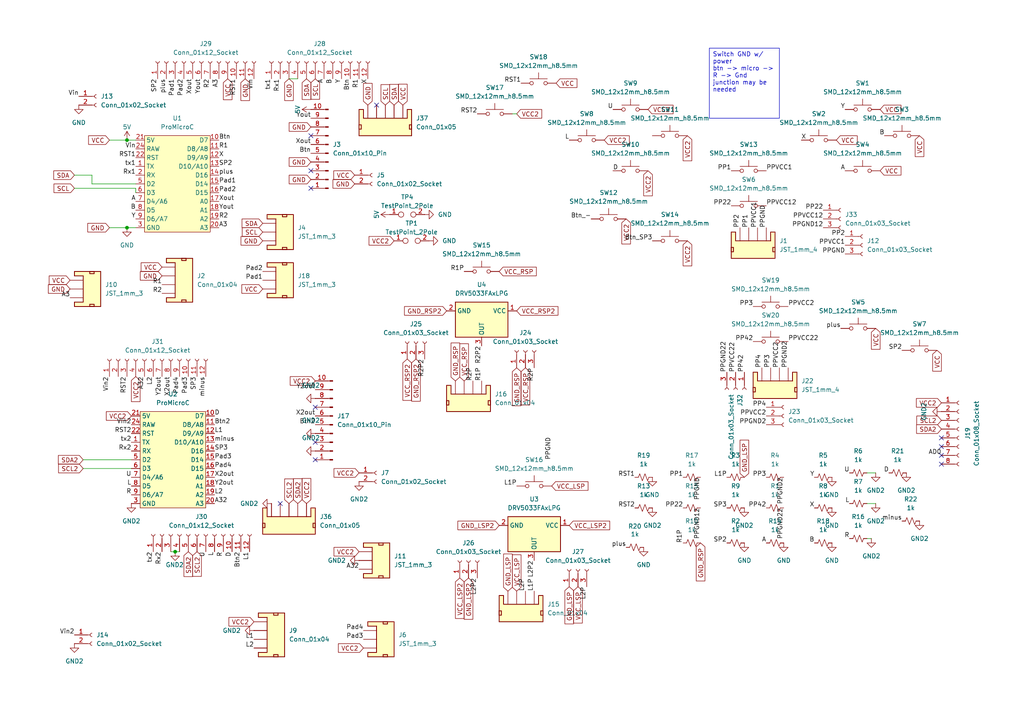
<source format=kicad_sch>
(kicad_sch (version 20250114) (generator "eeschema") (generator_version "9.0")
  (paper "A4")
  (text_box "Switch GND w/ power \nbtn -> micro -> R -> Gnd\njunction may be needed " (at 205.74 13.97 0) (size 20.32 20.32) (margins 0.9525 0.9525 0.9525 0.9525) (effects (font (size 1.27 1.27)) (justify left top)))
  (junction (at 50.8 160.02))
  (junction (at 36.83 66.04))
  (junction (at 36.83 40.64))
  (no_connect (at 273.05 134.62))
  (no_connect (at 273.05 129.54))
  (no_connect (at 91.44 133.35))
  (no_connect (at 90.17 49.53))
  (no_connect (at 90.17 54.61))
  (no_connect (at 90.17 39.37))
  (no_connect (at 109.22 30.48))
  (no_connect (at 91.44 118.11))
  (no_connect (at 273.05 127))
  (no_connect (at 273.05 132.08))
  (no_connect (at 91.44 128.27))
  (no_connect (at 81.28 146.05))
  (wire (pts (xy 21.59 54.61) (xy 39.37 54.61)))
  (wire (pts (xy 24.13 133.35) (xy 38.1 133.35)))
  (wire (pts (xy 31.75 66.04) (xy 36.83 66.04)))
  (wire (pts (xy 21.59 50.8) (xy 26.67 50.8)))
  (wire (pts (xy 36.83 40.64) (xy 39.37 40.64)))
  (wire (pts (xy 254 146.05) (xy 251.46 146.05)))
  (wire (pts (xy 36.83 66.04) (xy 39.37 66.04)))
  (wire (pts (xy 49.53 160.02) (xy 50.8 160.02)))
  (wire (pts (xy 254 137.16) (xy 251.46 137.16)))
  (wire (pts (xy 39.37 54.61) (xy 39.37 55.88)))
  (wire (pts (xy 24.13 135.89) (xy 38.1 135.89)))
  (wire (pts (xy 149.86 33.02) (xy 148.59 33.02)))
  (wire (pts (xy 26.67 53.34) (xy 39.37 53.34)))
  (wire (pts (xy 252.73 156.21) (xy 251.46 156.21)))
  (wire (pts (xy 50.8 160.02) (xy 52.07 160.02)))
  (wire (pts (xy 83.82 22.86) (xy 86.36 22.86)))
  (wire (pts (xy 26.67 50.8) (xy 26.67 53.34)))
  (wire (pts (xy 31.75 40.64) (xy 36.83 40.64)))
  (label "Pad1" (at 76.2 81.28 180))
  (label "PPGND12" (at 203.2 147.32 270))
  (label "A" (at 39.37 58.42 180))
  (label "PPVCC12" (at 238.76 63.5 180))
  (label "Y" (at 39.37 63.5 180))
  (label "PP3" (at 218.44 88.9 180))
  (label "Rx1" (at 81.28 22.86 270))
  (label "L2P" (at 152.4 171.45 90))
  (label "PPVCC1" (at 219.71 66.04 90))
  (label "plus" (at 243.84 95.25 180))
  (label "PPGND12" (at 238.76 66.04 180))
  (label "Btn_-" (at 171.45 63.5 180))
  (label "tx1" (at 39.37 48.26 180))
  (label "tx1" (at 78.74 22.86 270))
  (label "Vin2" (at 31.75 109.22 270))
  (label "L2P2" (at 154.94 162.56 270))
  (label "B" (at 256.54 39.37 180))
  (label "A3" (at 63.5 22.86 270))
  (label "R1" (at 46.99 82.55 180))
  (label "Pad4" (at 62.23 135.89 0))
  (label "PP2" (at 214.63 66.04 90))
  (label "R2P2" (at 139.7 100.33 270))
  (label "D" (at 62.23 120.65 0))
  (label "PPVCC22" (at 228.6 99.06 0))
  (label "Yout" (at 63.5 60.96 0))
  (label "Y2out" (at 62.23 140.97 0))
  (label "B" (at 39.37 60.96 180))
  (label "L2" (at 62.23 143.51 0))
  (label "PPGND" (at 245.11 73.66 180))
  (label "PPVCC2" (at 226.06 106.68 90))
  (label "Rx2" (at 38.1 130.81 180))
  (label "Xout" (at 90.17 41.91 180))
  (label "Yout" (at 90.17 34.29 180))
  (label "R" (at 38.1 143.51 180))
  (label "L" (at 62.23 160.02 270))
  (label "tx2" (at 38.1 128.27 180))
  (label "R2P" (at 154.94 106.68 270))
  (label "X" (at 106.68 22.86 270))
  (label "Pad2" (at 53.34 22.86 270))
  (label "Vin" (at 39.37 43.18 180))
  (label "L" (at 38.1 140.97 180))
  (label "PPVCC2" (at 228.6 88.9 0))
  (label "D" (at 67.31 160.02 270))
  (label "L2P" (at 170.18 170.18 270))
  (label "R1" (at 104.14 22.86 270))
  (label "Btn2" (at 91.44 123.19 180))
  (label "RST2" (at 138.43 33.02 180))
  (label "tx2" (at 44.45 160.02 270))
  (label "PP4" (at 220.98 106.68 90))
  (label "PPGND2" (at 222.25 123.19 180))
  (label "Y" (at 236.22 138.43 180))
  (label "PPVCC1" (at 222.25 49.53 0))
  (label "Btn2" (at 69.85 160.02 270))
  (label "Xout" (at 55.88 22.86 270))
  (label "U" (at 177.8 31.75 180))
  (label "U" (at 246.38 137.16 180))
  (label "A32" (at 104.14 165.1 180))
  (label "PPGND" (at 160.02 133.35 90))
  (label "RST1" (at 184.15 138.43 180))
  (label "Btn" (at 63.5 40.64 0))
  (label "X" (at 236.22 147.32 180))
  (label "Pad3" (at 105.41 185.42 180))
  (label "L2P2" (at 138.43 167.64 270))
  (label "SP3" (at 57.15 109.22 270))
  (label "Y2out" (at 46.99 109.22 270))
  (label "X2out" (at 91.44 120.65 180))
  (label "Pad4" (at 105.41 182.88 180))
  (label "RST1" (at 39.37 45.72 180))
  (label "PP3" (at 222.25 138.43 180))
  (label "R1P" (at 134.62 78.74 180))
  (label "A32" (at 41.91 109.22 270))
  (label "PP42" (at 222.25 147.32 180))
  (label "A" (at 222.25 157.48 180))
  (label "B" (at 96.52 22.86 270))
  (label "Pad3" (at 62.23 133.35 0))
  (label "PPGND" (at 222.25 66.04 90))
  (label "plus" (at 181.61 158.75 180))
  (label "L1" (at 72.39 160.02 270))
  (label "L1" (at 73.66 185.42 180))
  (label "Vin2" (at 38.1 123.19 180))
  (label "SP3" (at 62.23 130.81 0))
  (label "PPGND22" (at 227.33 147.32 270))
  (label "Y" (at 99.06 22.86 270))
  (label "PPVCC12" (at 222.25 59.69 0))
  (label "Yout" (at 58.42 22.86 270))
  (label "PP22" (at 212.09 59.69 180))
  (label "minus" (at 62.23 128.27 0))
  (label "U" (at 38.1 138.43 180))
  (label "RST2" (at 184.15 147.32 180))
  (label "Pad4" (at 52.07 109.22 270))
  (label "Btn" (at 90.17 44.45 180))
  (label "L2" (at 44.45 109.22 270))
  (label "R1" (at 63.5 43.18 0))
  (label "Pad3" (at 54.61 109.22 270))
  (label "Rx1" (at 39.37 50.8 180))
  (label "R2" (at 60.96 22.86 270))
  (label "SP2" (at 261.62 101.6 180))
  (label "R" (at 64.77 160.02 270))
  (label "PPGND2" (at 228.6 106.68 90))
  (label "X" (at 63.5 45.72 0))
  (label "D" (at 257.81 137.16 180))
  (label "Btn2" (at 62.23 123.19 0))
  (label "Btn_SP3" (at 189.23 69.85 180))
  (label "PPVCC22" (at 213.36 107.95 90))
  (label "SP3" (at 210.82 147.32 180))
  (label "L1P" (at 149.86 140.97 180))
  (label "RST1" (at 151.13 24.13 180))
  (label "AD0" (at 273.05 132.08 180))
  (label "X" (at 232.41 40.64 0))
  (label "R2P2" (at 123.19 104.14 270))
  (label "Y2out" (at 91.44 113.03 180))
  (label "Pad1" (at 50.8 22.86 270))
  (label "Y" (at 245.11 31.75 180))
  (label "R1P" (at 198.12 157.48 90))
  (label "L1P" (at 210.82 138.43 180))
  (label "L2" (at 73.66 187.96 180))
  (label "SP2" (at 63.5 48.26 0))
  (label "L1" (at 62.23 125.73 0))
  (label "L1P" (at 154.94 171.45 90))
  (label "PPGND22" (at 210.82 107.95 90))
  (label "PP1" (at 212.09 49.53 180))
  (label "Pad1" (at 63.5 53.34 0))
  (label "Vin2" (at 21.59 184.15 180))
  (label "PP4" (at 222.25 118.11 180))
  (label "A3" (at 20.32 86.36 180))
  (label "PP42" (at 218.44 99.06 180))
  (label "SP2" (at 210.82 157.48 180))
  (label "Btn" (at 101.6 22.86 270))
  (label "PPVCC1" (at 245.11 71.12 180))
  (label "plus" (at 63.5 50.8 0))
  (label "A3" (at 63.5 66.04 0))
  (label "PP22" (at 198.12 147.32 180))
  (label "R" (at 246.38 156.21 180))
  (label "Vin" (at 73.66 22.86 270))
  (label "X2out" (at 62.23 138.43 0))
  (label "B" (at 236.22 157.48 180))
  (label "PPGND2" (at 227.33 138.43 270))
  (label "R1P" (at 139.7 110.49 90))
  (label "PP1" (at 198.12 138.43 180))
  (label "D" (at 177.8 49.53 0))
  (label "A" (at 245.11 49.53 180))
  (label "U" (at 59.69 160.02 270))
  (label "L" (at 246.38 146.05 180))
  (label "RST2" (at 36.83 109.22 270))
  (label "RST2" (at 38.1 125.73 180))
  (label "PPVCC2" (at 222.25 120.65 180))
  (label "A32" (at 62.23 146.05 0))
  (label "R2" (at 63.5 63.5 0))
  (label "L" (at 165.1 40.64 180))
  (label "Xout" (at 63.5 58.42 0))
  (label "PPGND" (at 203.2 138.43 270))
  (label "PP1" (at 217.17 66.04 90))
  (label "R2P" (at 137.16 110.49 90))
  (label "PP22" (at 238.76 60.96 180))
  (label "Vin" (at 22.86 27.94 180))
  (label "Pad2" (at 76.2 78.74 180))
  (label "minus" (at 59.69 109.22 270))
  (label "Rx2" (at 46.99 160.02 270))
  (label "PP3" (at 223.52 106.68 90))
  (label "PP2" (at 245.11 68.58 180))
  (label "R2" (at 46.99 85.09 180))
  (label "Pad2" (at 63.5 55.88 0))
  (label "A" (at 93.98 22.86 270))
  (label "RST1" (at 68.58 22.86 270))
  (label "X2out" (at 49.53 109.22 270))
  (label "SP2" (at 45.72 22.86 270))
  (label "PP42" (at 215.9 107.95 90))
  (label "plus" (at 48.26 22.86 270))
  (label "minus" (at 261.62 151.13 180))
  (global_label "VCC_LSP" (shape input) (at 149.86 171.45 90) (property "Intersheetrefs" "${INTERSHEET_REFS}" (effects (hide yes))))
  (global_label "VCC2" (shape input) (at 114.3 69.85 180) (property "Intersheetrefs" "${INTERSHEET_REFS}" (effects (hide yes))))
  (global_label "VCC_LSP" (shape input) (at 160.02 140.97 0) (property "Intersheetrefs" "${INTERSHEET_REFS}" (effects (hide yes))))
  (global_label "SCL" (shape input) (at 111.76 30.48 90) (property "Intersheetrefs" "${INTERSHEET_REFS}" (effects (hide yes))))
  (global_label "SDA2" (shape input) (at 24.13 133.35 180) (property "Intersheetrefs" "${INTERSHEET_REFS}" (effects (hide yes))))
  (global_label "VCC2" (shape input) (at 104.14 137.16 180) (property "Intersheetrefs" "${INTERSHEET_REFS}" (effects (hide yes))))
  (global_label "GND" (shape input) (at 83.82 22.86 270) (property "Intersheetrefs" "${INTERSHEET_REFS}" (effects (hide yes))))
  (global_label "VCC_RSP2" (shape input) (at 118.11 104.14 270) (property "Intersheetrefs" "${INTERSHEET_REFS}" (effects (hide yes))))
  (global_label "SCL2" (shape input) (at 83.82 146.05 90) (property "Intersheetrefs" "${INTERSHEET_REFS}" (effects (hide yes))))
  (global_label "VCC2" (shape input) (at 88.9 146.05 90) (property "Intersheetrefs" "${INTERSHEET_REFS}" (effects (hide yes))))
  (global_label "SDA2" (shape input) (at 54.61 160.02 270) (property "Intersheetrefs" "${INTERSHEET_REFS}" (effects (hide yes))))
  (global_label "VCC" (shape input) (at 255.27 49.53 0) (property "Intersheetrefs" "${INTERSHEET_REFS}" (effects (hide yes))))
  (global_label "GND_LSP2" (shape input) (at 135.89 167.64 270) (property "Intersheetrefs" "${INTERSHEET_REFS}" (effects (hide yes))))
  (global_label "VCC2" (shape input) (at 199.39 39.37 270) (property "Intersheetrefs" "${INTERSHEET_REFS}" (effects (hide yes))))
  (global_label "VCC2" (shape input) (at 38.1 120.65 180) (property "Intersheetrefs" "${INTERSHEET_REFS}" (effects (hide yes))))
  (global_label "SDA2" (shape input) (at 273.05 124.46 180) (property "Intersheetrefs" "${INTERSHEET_REFS}" (effects (hide yes))))
  (global_label "SCL2" (shape input) (at 273.05 121.92 180) (property "Intersheetrefs" "${INTERSHEET_REFS}" (effects (hide yes))))
  (global_label "VCC2" (shape input) (at 187.96 49.53 270) (property "Intersheetrefs" "${INTERSHEET_REFS}" (effects (hide yes))))
  (global_label "GND_RSP" (shape input) (at 149.86 106.68 270) (property "Intersheetrefs" "${INTERSHEET_REFS}" (effects (hide yes))))
  (global_label "GND_RSP2" (shape input) (at 120.65 104.14 270) (property "Intersheetrefs" "${INTERSHEET_REFS}" (effects (hide yes))))
  (global_label "SDA2" (shape input) (at 86.36 146.05 90) (property "Intersheetrefs" "${INTERSHEET_REFS}" (effects (hide yes))))
  (global_label "GND_RSP2" (shape input) (at 129.54 90.17 180) (property "Intersheetrefs" "${INTERSHEET_REFS}" (effects (hide yes))))
  (global_label "GND_RSP" (shape input) (at 132.08 110.49 90) (property "Intersheetrefs" "${INTERSHEET_REFS}" (effects (hide yes))))
  (global_label "GND_LSP" (shape input) (at 147.32 171.45 90) (property "Intersheetrefs" "${INTERSHEET_REFS}" (effects (hide yes))))
  (global_label "VCC2" (shape input) (at 175.26 40.64 0) (property "Intersheetrefs" "${INTERSHEET_REFS}" (effects (hide yes))))
  (global_label "VCC2" (shape input) (at 104.14 160.02 180) (property "Intersheetrefs" "${INTERSHEET_REFS}" (effects (hide yes))))
  (global_label "VCC" (shape input) (at 66.04 22.86 270) (property "Intersheetrefs" "${INTERSHEET_REFS}" (effects (hide yes))))
  (global_label "GND_RSP" (shape input) (at 203.2 157.48 270) (property "Intersheetrefs" "${INTERSHEET_REFS}" (effects (hide yes))))
  (global_label "VCC" (shape input) (at 242.57 40.64 0) (property "Intersheetrefs" "${INTERSHEET_REFS}" (effects (hide yes))))
  (global_label "GND" (shape input) (at 106.68 30.48 90) (property "Intersheetrefs" "${INTERSHEET_REFS}" (effects (hide yes))))
  (global_label "GND" (shape input) (at 31.75 66.04 180) (property "Intersheetrefs" "${INTERSHEET_REFS}" (effects (hide yes))))
  (global_label "VCC2" (shape input) (at 187.96 31.75 0) (property "Intersheetrefs" "${INTERSHEET_REFS}" (effects (hide yes))))
  (global_label "SDA" (shape input) (at 76.2 64.77 180) (property "Intersheetrefs" "${INTERSHEET_REFS}" (effects (hide yes))))
  (global_label "GND_LSP2" (shape input) (at 144.78 152.4 180) (property "Intersheetrefs" "${INTERSHEET_REFS}" (effects (hide yes))))
  (global_label "VCC" (shape input) (at 161.29 24.13 0) (property "Intersheetrefs" "${INTERSHEET_REFS}" (effects (hide yes))))
  (global_label "VCC" (shape input) (at 266.7 39.37 270) (property "Intersheetrefs" "${INTERSHEET_REFS}" (effects (hide yes))))
  (global_label "VCC2" (shape input) (at 73.66 180.34 180) (property "Intersheetrefs" "${INTERSHEET_REFS}" (effects (hide yes))))
  (global_label "VCC2" (shape input) (at 105.41 187.96 180) (property "Intersheetrefs" "${INTERSHEET_REFS}" (effects (hide yes))))
  (global_label "VCC_RSP" (shape input) (at 152.4 106.68 270) (property "Intersheetrefs" "${INTERSHEET_REFS}" (effects (hide yes))))
  (global_label "SCL2" (shape input) (at 57.15 160.02 270) (property "Intersheetrefs" "${INTERSHEET_REFS}" (effects (hide yes))))
  (global_label "GND" (shape input) (at 102.87 53.34 180) (property "Intersheetrefs" "${INTERSHEET_REFS}" (effects (hide yes))))
  (global_label "SDA" (shape input) (at 114.3 30.48 90) (property "Intersheetrefs" "${INTERSHEET_REFS}" (effects (hide yes))))
  (global_label "VCC" (shape input) (at 254 95.25 270) (property "Intersheetrefs" "${INTERSHEET_REFS}" (effects (hide yes))))
  (global_label "VCC" (shape input) (at 31.75 40.64 180) (property "Intersheetrefs" "${INTERSHEET_REFS}" (effects (hide yes))))
  (global_label "SCL" (shape input) (at 21.59 54.61 180) (property "Intersheetrefs" "${INTERSHEET_REFS}" (effects (hide yes))))
  (global_label "GND" (shape input) (at 46.99 80.01 180) (property "Intersheetrefs" "${INTERSHEET_REFS}" (effects (hide yes))))
  (global_label "VCC_LSP" (shape input) (at 167.64 170.18 270) (property "Intersheetrefs" "${INTERSHEET_REFS}" (effects (hide yes))))
  (global_label "GND" (shape input) (at 90.17 36.83 180) (property "Intersheetrefs" "${INTERSHEET_REFS}" (effects (hide yes))))
  (global_label "VCC_RSP" (shape input) (at 134.62 110.49 90) (property "Intersheetrefs" "${INTERSHEET_REFS}" (effects (hide yes))))
  (global_label "VCC_LSP2" (shape input) (at 165.1 152.4 0) (property "Intersheetrefs" "${INTERSHEET_REFS}" (effects (hide yes))))
  (global_label "GND_LSP" (shape input) (at 165.1 170.18 270) (property "Intersheetrefs" "${INTERSHEET_REFS}" (effects (hide yes))))
  (global_label "GND" (shape input) (at 90.17 46.99 180) (property "Intersheetrefs" "${INTERSHEET_REFS}" (effects (hide yes))))
  (global_label "VCC2" (shape input) (at 39.37 109.22 270) (property "Intersheetrefs" "${INTERSHEET_REFS}" (effects (hide yes))))
  (global_label "GND" (shape input) (at 71.12 22.86 270) (property "Intersheetrefs" "${INTERSHEET_REFS}" (effects (hide yes))))
  (global_label "VCC" (shape input) (at 255.27 31.75 0) (property "Intersheetrefs" "${INTERSHEET_REFS}" (effects (hide yes))))
  (global_label "VCC_RSP" (shape input) (at 144.78 78.74 0) (property "Intersheetrefs" "${INTERSHEET_REFS}" (effects (hide yes))))
  (global_label "SCL" (shape input) (at 91.44 22.86 270) (property "Intersheetrefs" "${INTERSHEET_REFS}" (effects (hide yes))))
  (global_label "VCC2" (shape input) (at 149.86 33.02 0) (property "Intersheetrefs" "${INTERSHEET_REFS}" (effects (hide yes))))
  (global_label "GND_LSP" (shape input) (at 215.9 138.43 90) (property "Intersheetrefs" "${INTERSHEET_REFS}" (effects (hide yes))))
  (global_label "VCC" (shape input) (at 271.78 101.6 270) (property "Intersheetrefs" "${INTERSHEET_REFS}" (effects (hide yes))))
  (global_label "VCC2" (shape input) (at 199.39 69.85 270) (property "Intersheetrefs" "${INTERSHEET_REFS}" (effects (hide yes))))
  (global_label "VCC" (shape input) (at 46.99 77.47 180) (property "Intersheetrefs" "${INTERSHEET_REFS}" (effects (hide yes))))
  (global_label "GND" (shape input) (at 20.32 83.82 180) (property "Intersheetrefs" "${INTERSHEET_REFS}" (effects (hide yes))))
  (global_label "VCC_RSP2" (shape input) (at 149.86 90.17 0) (property "Intersheetrefs" "${INTERSHEET_REFS}" (effects (hide yes))))
  (global_label "VCC2" (shape input) (at 273.05 116.84 180) (property "Intersheetrefs" "${INTERSHEET_REFS}" (effects (hide yes))))
  (global_label "GND" (shape input) (at 76.2 69.85 180) (property "Intersheetrefs" "${INTERSHEET_REFS}" (effects (hide yes))))
  (global_label "SCL" (shape input) (at 76.2 67.31 180) (property "Intersheetrefs" "${INTERSHEET_REFS}" (effects (hide yes))))
  (global_label "VCC" (shape input) (at 102.87 50.8 180) (property "Intersheetrefs" "${INTERSHEET_REFS}" (effects (hide yes))))
  (global_label "VCC2" (shape input) (at 91.44 110.49 180) (property "Intersheetrefs" "${INTERSHEET_REFS}" (effects (hide yes))))
  (global_label "GND" (shape input) (at 90.17 52.07 180) (property "Intersheetrefs" "${INTERSHEET_REFS}" (effects (hide yes))))
  (global_label "SCL2" (shape input) (at 24.13 135.89 180) (property "Intersheetrefs" "${INTERSHEET_REFS}" (effects (hide yes))))
  (global_label "VCC" (shape input) (at 76.2 83.82 180) (property "Intersheetrefs" "${INTERSHEET_REFS}" (effects (hide yes))))
  (global_label "VCC" (shape input) (at 20.32 81.28 180) (property "Intersheetrefs" "${INTERSHEET_REFS}" (effects (hide yes))))
  (global_label "VCC_LSP2" (shape input) (at 133.35 167.64 270) (property "Intersheetrefs" "${INTERSHEET_REFS}" (effects (hide yes))))
  (global_label "VCC" (shape input) (at 116.84 30.48 90) (property "Intersheetrefs" "${INTERSHEET_REFS}" (effects (hide yes))))
  (global_label "VCC2" (shape input) (at 181.61 63.5 270) (property "Intersheetrefs" "${INTERSHEET_REFS}" (effects (hide yes))))
  (global_label "SDA" (shape input) (at 21.59 50.8 180) (property "Intersheetrefs" "${INTERSHEET_REFS}" (effects (hide yes))))
  (global_label "SDA" (shape input) (at 88.9 22.86 270) (property "Intersheetrefs" "${INTERSHEET_REFS}" (effects (hide yes))))
  (symbol (lib_id "PCM_SparkFun-Switch:SPST_Push_SMD_12x12mm_h8.5mm") (at 156.21 24.13 0) (unit 1)
    (property "Reference" "SW18" (at 156.21 16.51 0))
    (property "Value" "SMD_12x12mm_h8.5mm" (at 156.21 19.05 0))
    (property "Footprint" "Button_Switch_SMD:SW_Tactile_SPST_NO_Straight_CK_PTS636Sx25SMTRLFS" (effects (hide yes)))
    (property "Datasheet" "https://cdn.sparkfun.com/datasheets/Components/Switches/N301102.pdf" (effects (hide yes)))
    (property "Description" "Single Pole Single Throw (SPST) switch" (effects (hide yes)))
    (property "PROD_ID" "SWCH-11967" (effects (hide yes)))
    (property "Mfg Part#" "EG4904TR-ND" (effects (hide yes)))
  )
  (symbol (lib_id "Connector:TestPoint_2Pole") (at 119.38 69.85 0) (unit 1)
    (property "Reference" "TP1" (at 119.38 64.77 0))
    (property "Value" "TestPoint_2Pole" (at 119.38 67.31 0))
    (property "Footprint" "TestPoint:TestPoint_Bridge_Pitch2.0mm_Drill0.7mm" (effects (hide yes)))
    (property "Description" "2-polar test point" (effects (hide yes)))
  )
  (symbol (lib_id "power:GND") (at 36.83 66.04 0) (unit 1)
    (property "Reference" "#PWR01" (effects (hide yes)))
    (property "Value" "GND" (at 36.83 71.12 0))
    (property "Description" "Power symbol creates a global label with name \"GND\" , ground" (effects (hide yes)))
  )
  (symbol (lib_id "PCM_SparkFun-Switch:SPST_Push_SMD_12x12mm_h8.5mm") (at 143.51 33.02 0) (unit 1)
    (property "Reference" "SW17" (at 143.51 25.4 0))
    (property "Value" "SMD_12x12mm_h8.5mm" (at 143.51 27.94 0))
    (property "Footprint" "Button_Switch_SMD:SW_Tactile_SPST_NO_Straight_CK_PTS636Sx25SMTRLFS" (effects (hide yes)))
    (property "Datasheet" "https://cdn.sparkfun.com/datasheets/Components/Switches/N301102.pdf" (effects (hide yes)))
    (property "Description" "Single Pole Single Throw (SPST) switch" (effects (hide yes)))
    (property "PROD_ID" "SWCH-11967" (effects (hide yes)))
    (property "Mfg Part#" "EG4904TR-ND" (effects (hide yes)))
  )
  (symbol (lib_id "PCM_SparkFun-Connector:Conn_01x04_JST_P2.0mm_Horizontal_SMD") (at 52.07 80.01 0) (unit 1)
    (property "Reference" "J2" (at 57.15 80.0099 0) (effects (justify left)))
    (property "Value" "Conn_01x04" (at 57.15 82.5499 0) (effects (justify left)))
    (property "Footprint" "Connector_JST:JST_GH_BM04B-GHS-TBT_1x04-1MP_P1.25mm_Vertical" (effects (hide yes)))
    (property "Datasheet" "https://www.sparkfun.com/datasheets/Prototyping/ePH.pdf" (effects (hide yes)))
    (property "Description" "Single row 4 pin connector" (effects (hide yes)))
    (property "SparkFun" "PRT-09916" (effects (hide yes)))
  )
  (symbol (lib_id "PCM_SparkFun-Resistor:1k_0402") (at 200.66 138.43 0) (unit 1)
    (property "Reference" "R17" (at 200.66 132.08 0))
    (property "Value" "1k" (at 200.66 134.62 0))
    (property "Footprint" "PCM_SparkFun-Resistor:R_0402_1005Metric" (effects (hide yes)))
    (property "Datasheet" "https://www.vishay.com/docs/20035/dcrcwe3.pdf" (effects (hide yes)))
    (property "Description" "Resistor" (effects (hide yes)))
    (property "PROD_ID" "RES-14342" (effects (hide yes)))
  )
  (symbol (lib_id "Connector:Conn_01x12_Socket") (at 91.44 17.78 90) (unit 1)
    (property "Reference" "J28" (at 92.71 12.7 90))
    (property "Value" "Conn_01x12_Socket" (at 92.71 15.24 90))
    (property "Footprint" "Connector_PinSocket_2.54mm:PinSocket_1x12_P2.54mm_Vertical" (effects (hide yes)))
    (property "Description" "Generic connector, single row, 01x12, script generated" (effects (hide yes)))
  )
  (symbol (lib_id "power:GND") (at 215.9 147.32 0) (unit 1)
    (property "Reference" "#PWR019" (effects (hide yes)))
    (property "Value" "GND2" (at 215.9 152.4 0))
    (property "Description" "Power symbol creates a global label with name \"GND\" , ground" (effects (hide yes)))
  )
  (symbol (lib_id "PCM_SparkFun-Switch:SPST_Push_SMD_12x12mm_h8.5mm") (at 217.17 49.53 0) (unit 1)
    (property "Reference" "SW13" (at 217.17 41.91 0))
    (property "Value" "SMD_12x12mm_h8.5mm" (at 217.17 44.45 0))
    (property "Footprint" "Button_Switch_SMD:SW_Tactile_SPST_NO_Straight_CK_PTS636Sx25SMTRLFS" (effects (hide yes)))
    (property "Datasheet" "https://cdn.sparkfun.com/datasheets/Components/Switches/N301102.pdf" (effects (hide yes)))
    (property "Description" "Single Pole Single Throw (SPST) switch" (effects (hide yes)))
    (property "PROD_ID" "SWCH-11967" (effects (hide yes)))
    (property "Mfg Part#" "EG4904TR-ND" (effects (hide yes)))
  )
  (symbol (lib_id "PCM_SparkFun-Resistor:1k_0402") (at 224.79 147.32 0) (unit 1)
    (property "Reference" "R1" (at 224.79 140.97 0))
    (property "Value" "1k" (at 224.79 143.51 0))
    (property "Footprint" "PCM_SparkFun-Resistor:R_0402_1005Metric" (effects (hide yes)))
    (property "Datasheet" "https://www.vishay.com/docs/20035/dcrcwe3.pdf" (effects (hide yes)))
    (property "Description" "Resistor" (effects (hide yes)))
    (property "PROD_ID" "RES-14342" (effects (hide yes)))
  )
  (symbol (lib_id "Connector:Conn_01x12_Socket") (at 57.15 154.94 90) (unit 1)
    (property "Reference" "J30" (at 58.42 149.86 90))
    (property "Value" "Conn_01x12_Socket" (at 58.42 152.4 90))
    (property "Footprint" "Connector_PinSocket_2.54mm:PinSocket_1x12_P2.54mm_Vertical" (effects (hide yes)))
    (property "Description" "Generic connector, single row, 01x12, script generated" (effects (hide yes)))
  )
  (symbol (lib_id "power:GND") (at 124.46 69.85 90) (unit 1)
    (property "Reference" "#PWR07" (effects (hide yes)))
    (property "Value" "GND" (at 128.27 69.8499 90) (effects (justify right)))
    (property "Description" "Power symbol creates a global label with name \"GND\" , ground" (effects (hide yes)))
  )
  (symbol (lib_id "Sensor_Magnetic:DRV5033FAxLPG") (at 139.7 92.71 270) (unit 1)
    (property "Reference" "U4" (at 139.7 82.55 90))
    (property "Value" "DRV5033FAxLPG" (at 139.7 85.09 90))
    (property "Footprint" "Package_TO_SOT_THT:TO-92_Inline" (effects (hide yes)))
    (property "Datasheet" "https://www.ti.com/lit/ds/symlink/drv5033.pdf" (effects (hide yes)))
    (property "Description" "±3.5 / ±2 mT, 20-kHz, 2-38V, TO-92" (effects (hide yes)))
  )
  (symbol (lib_id "power:GND") (at 254 146.05 0) (unit 1)
    (property "Reference" "#PWR017" (effects (hide yes)))
    (property "Value" "GND2" (at 254 151.13 0))
    (property "Description" "Power symbol creates a global label with name \"GND\" , ground" (effects (hide yes)))
  )
  (symbol (lib_id "PCM_SparkFun-Resistor:1k_0402") (at 186.69 147.32 0) (unit 1)
    (property "Reference" "R13" (at 186.69 140.97 0))
    (property "Value" "1k" (at 186.69 143.51 0))
    (property "Footprint" "PCM_SparkFun-Resistor:R_0402_1005Metric" (effects (hide yes)))
    (property "Datasheet" "https://www.vishay.com/docs/20035/dcrcwe3.pdf" (effects (hide yes)))
    (property "Description" "Resistor" (effects (hide yes)))
    (property "PROD_ID" "RES-14342" (effects (hide yes)))
  )
  (symbol (lib_id "PCM_SparkFun-Resistor:1k_0402") (at 248.92 156.21 0) (unit 1)
    (property "Reference" "R16" (at 248.92 149.86 0))
    (property "Value" "1k" (at 248.92 152.4 0))
    (property "Footprint" "PCM_SparkFun-Resistor:R_0402_1005Metric" (effects (hide yes)))
    (property "Datasheet" "https://www.vishay.com/docs/20035/dcrcwe3.pdf" (effects (hide yes)))
    (property "Description" "Resistor" (effects (hide yes)))
    (property "PROD_ID" "RES-14342" (effects (hide yes)))
  )
  (symbol (lib_id "PCM_SparkFun-Switch:SPST_Push_SMD_12x12mm_h8.5mm") (at 250.19 49.53 0) (unit 1)
    (property "Reference" "SW4" (at 250.19 41.91 0))
    (property "Value" "SMD_12x12mm_h8.5mm" (at 250.19 44.45 0))
    (property "Footprint" "Button_Switch_SMD:SW_Tactile_SPST_NO_Straight_CK_PTS636Sx25SMTRLFS" (effects (hide yes)))
    (property "Datasheet" "https://cdn.sparkfun.com/datasheets/Components/Switches/N301102.pdf" (effects (hide yes)))
    (property "Description" "Single Pole Single Throw (SPST) switch" (effects (hide yes)))
    (property "PROD_ID" "SWCH-11967" (effects (hide yes)))
    (property "Mfg Part#" "EG4904TR-ND" (effects (hide yes)))
  )
  (symbol (lib_id "power:GND") (at 262.89 137.16 0) (unit 1)
    (property "Reference" "#PWR010" (effects (hide yes)))
    (property "Value" "GND2" (at 262.89 142.24 0))
    (property "Description" "Power symbol creates a global label with name \"GND\" , ground" (effects (hide yes)))
  )
  (symbol (lib_id "PCM_SparkFun-Resistor:1k_0402") (at 224.79 138.43 0) (unit 1)
    (property "Reference" "R4" (at 224.79 132.08 0))
    (property "Value" "1k" (at 224.79 134.62 0))
    (property "Footprint" "PCM_SparkFun-Resistor:R_0402_1005Metric" (effects (hide yes)))
    (property "Datasheet" "https://www.vishay.com/docs/20035/dcrcwe3.pdf" (effects (hide yes)))
    (property "Description" "Resistor" (effects (hide yes)))
    (property "PROD_ID" "RES-14342" (effects (hide yes)))
  )
  (symbol (lib_id "PCM_SparkFun-Resistor:1k_0402") (at 248.92 137.16 0) (unit 1)
    (property "Reference" "R6" (at 248.92 130.81 0))
    (property "Value" "1k" (at 248.92 133.35 0))
    (property "Footprint" "PCM_SparkFun-Resistor:R_0402_1005Metric" (effects (hide yes)))
    (property "Datasheet" "https://www.vishay.com/docs/20035/dcrcwe3.pdf" (effects (hide yes)))
    (property "Description" "Resistor" (effects (hide yes)))
    (property "PROD_ID" "RES-14342" (effects (hide yes)))
  )
  (symbol (lib_id "PCM_SparkFun-Board:ProMicroC") (at 40.64 118.11 0) (unit 1)
    (property "Reference" "U2" (at 50.165 114.3 0))
    (property "Value" "ProMicroC" (at 50.165 116.84 0))
    (property "Footprint" "PCM_SparkFun-Board:ProMicroC" (effects (hide yes)))
    (property "Datasheet" "https://www.sparkfun.com/products/15795" (effects (hide yes)))
  )
  (symbol (lib_id "Connector:Conn_01x02_Socket") (at 27.94 27.94 0) (unit 1)
    (property "Reference" "J13" (at 29.21 27.9399 0) (effects (justify left)))
    (property "Value" "Conn_01x02_Socket" (at 29.21 30.4799 0) (effects (justify left)))
    (property "Footprint" "Connector_PinSocket_2.54mm:PinSocket_1x02_P2.54mm_Vertical" (effects (hide yes)))
    (property "Description" "Generic connector, single row, 01x02, script generated" (effects (hide yes)))
  )
  (symbol (lib_id "Connector:Conn_01x03_Socket") (at 213.36 113.03 270) (unit 1)
    (property "Reference" "J32" (at 214.6301 114.3 0) (effects (justify left)))
    (property "Value" "Conn_01x03_Socket" (at 212.0901 114.3 0) (effects (justify left)))
    (property "Footprint" "Connector_PinSocket_2.54mm:PinSocket_1x03_P2.54mm_Vertical" (effects (hide yes)))
    (property "Description" "Generic connector, single row, 01x03, script generated" (effects (hide yes)))
  )
  (symbol (lib_id "power:GND") (at 189.23 138.43 0) (unit 1)
    (property "Reference" "#PWR042" (effects (hide yes)))
    (property "Value" "GND" (at 189.23 143.51 0))
    (property "Description" "Power symbol creates a global label with name \"GND\" , ground" (effects (hide yes)))
  )
  (symbol (lib_id "Connector:Conn_01x03_Socket") (at 243.84 63.5 0) (unit 1)
    (property "Reference" "J33" (at 245.11 62.2299 0) (effects (justify left)))
    (property "Value" "Conn_01x03_Socket" (at 245.11 64.7699 0) (effects (justify left)))
    (property "Footprint" "Connector_PinSocket_2.54mm:PinSocket_1x03_P2.54mm_Vertical" (effects (hide yes)))
    (property "Description" "Generic connector, single row, 01x03, script generated" (effects (hide yes)))
  )
  (symbol (lib_id "PCM_SparkFun-Switch:SPST_Push_SMD_12x12mm_h8.5mm") (at 194.31 69.85 0) (unit 1)
    (property "Reference" "SW14" (at 194.31 62.23 0))
    (property "Value" "SMD_12x12mm_h8.5mm" (at 194.31 64.77 0))
    (property "Footprint" "Button_Switch_SMD:SW_Tactile_SPST_NO_Straight_CK_PTS636Sx25SMTRLFS" (effects (hide yes)))
    (property "Datasheet" "https://cdn.sparkfun.com/datasheets/Components/Switches/N301102.pdf" (effects (hide yes)))
    (property "Description" "Single Pole Single Throw (SPST) switch" (effects (hide yes)))
    (property "PROD_ID" "SWCH-11967" (effects (hide yes)))
    (property "Mfg Part#" "EG4904TR-ND" (effects (hide yes)))
  )
  (symbol (lib_id "power:GND") (at 215.9 157.48 0) (unit 1)
    (property "Reference" "#PWR025" (effects (hide yes)))
    (property "Value" "GND" (at 215.9 162.56 0))
    (property "Description" "Power symbol creates a global label with name \"GND\" , ground" (effects (hide yes)))
  )
  (symbol (lib_id "power:GND") (at 123.19 62.23 90) (unit 1)
    (property "Reference" "#PWR08" (effects (hide yes)))
    (property "Value" "GND" (at 127 62.2299 90) (effects (justify right)))
    (property "Description" "Power symbol creates a global label with name \"GND\" , ground" (effects (hide yes)))
  )
  (symbol (lib_id "PCM_SparkFun-Resistor:1k_0402") (at 213.36 157.48 0) (unit 1)
    (property "Reference" "R2" (at 213.36 151.13 0))
    (property "Value" "1k" (at 213.36 153.67 0))
    (property "Footprint" "PCM_SparkFun-Resistor:R_0402_1005Metric" (effects (hide yes)))
    (property "Datasheet" "https://www.vishay.com/docs/20035/dcrcwe3.pdf" (effects (hide yes)))
    (property "Description" "Resistor" (effects (hide yes)))
    (property "PROD_ID" "RES-14342" (effects (hide yes)))
  )
  (symbol (lib_id "PCM_SparkFun-Resistor:1k_0402") (at 238.76 138.43 0) (unit 1)
    (property "Reference" "R5" (at 238.76 132.08 0))
    (property "Value" "1k" (at 238.76 134.62 0))
    (property "Footprint" "PCM_SparkFun-Resistor:R_0402_1005Metric" (effects (hide yes)))
    (property "Datasheet" "https://www.vishay.com/docs/20035/dcrcwe3.pdf" (effects (hide yes)))
    (property "Description" "Resistor" (effects (hide yes)))
    (property "PROD_ID" "RES-14342" (effects (hide yes)))
  )
  (symbol (lib_id "Connector:Conn_01x03_Socket") (at 250.19 71.12 0) (unit 1)
    (property "Reference" "J12" (at 251.46 69.8499 0) (effects (justify left)))
    (property "Value" "Conn_01x03_Socket" (at 251.46 72.3899 0) (effects (justify left)))
    (property "Footprint" "Connector_PinSocket_2.54mm:PinSocket_1x03_P2.54mm_Vertical" (effects (hide yes)))
    (property "Description" "Generic connector, single row, 01x03, script generated" (effects (hide yes)))
  )
  (symbol (lib_id "PCM_SparkFun-Switch:SPST_Push_SMD_12x12mm_h8.5mm") (at 266.7 101.6 0) (unit 1)
    (property "Reference" "SW7" (at 266.7 93.98 0))
    (property "Value" "SMD_12x12mm_h8.5mm" (at 266.7 96.52 0))
    (property "Footprint" "Button_Switch_SMD:SW_Tactile_SPST_NO_Straight_CK_PTS636Sx25SMTRLFS" (effects (hide yes)))
    (property "Datasheet" "https://cdn.sparkfun.com/datasheets/Components/Switches/N301102.pdf" (effects (hide yes)))
    (property "Description" "Single Pole Single Throw (SPST) switch" (effects (hide yes)))
    (property "PROD_ID" "SWCH-11967" (effects (hide yes)))
    (property "Mfg Part#" "EG4904TR-ND" (effects (hide yes)))
  )
  (symbol (lib_id "PCM_SparkFun-Resistor:1k_0402") (at 213.36 147.32 0) (unit 1)
    (property "Reference" "R9" (at 213.36 140.97 0))
    (property "Value" "1k" (at 213.36 143.51 0))
    (property "Footprint" "PCM_SparkFun-Resistor:R_0402_1005Metric" (effects (hide yes)))
    (property "Datasheet" "https://www.vishay.com/docs/20035/dcrcwe3.pdf" (effects (hide yes)))
    (property "Description" "Resistor" (effects (hide yes)))
    (property "PROD_ID" "RES-14342" (effects (hide yes)))
  )
  (symbol (lib_id "PCM_SparkFun-Resistor:1k_0402") (at 224.79 157.48 0) (unit 1)
    (property "Reference" "R14" (at 224.79 151.13 0))
    (property "Value" "1k" (at 224.79 153.67 0))
    (property "Footprint" "PCM_SparkFun-Resistor:R_0402_1005Metric" (effects (hide yes)))
    (property "Datasheet" "https://www.vishay.com/docs/20035/dcrcwe3.pdf" (effects (hide yes)))
    (property "Description" "Resistor" (effects (hide yes)))
    (property "PROD_ID" "RES-14342" (effects (hide yes)))
  )
  (symbol (lib_id "Connector:Conn_01x08_Socket") (at 278.13 124.46 0) (unit 1)
    (property "Reference" "J19" (at 280.67 125.73 90))
    (property "Value" "Conn_01x08_Socket" (at 283.21 125.73 90))
    (property "Footprint" "Connector_PinSocket_2.54mm:PinSocket_1x08_P2.54mm_Vertical" (effects (hide yes)))
    (property "Description" "Generic connector, single row, 01x08, script generated" (effects (hide yes)))
  )
  (symbol (lib_id "PCM_SparkFun-Resistor:1k_0402") (at 213.36 138.43 0) (unit 1)
    (property "Reference" "R3" (at 213.36 132.08 0))
    (property "Value" "1k" (at 213.36 134.62 0))
    (property "Footprint" "PCM_SparkFun-Resistor:R_0402_1005Metric" (effects (hide yes)))
    (property "Datasheet" "https://www.vishay.com/docs/20035/dcrcwe3.pdf" (effects (hide yes)))
    (property "Description" "Resistor" (effects (hide yes)))
    (property "PROD_ID" "RES-14342" (effects (hide yes)))
  )
  (symbol (lib_id "PCM_SparkFun-Resistor:1k_0402") (at 238.76 147.32 0) (unit 1)
    (property "Reference" "R8" (at 238.76 140.97 0))
    (property "Value" "1k" (at 238.76 143.51 0))
    (property "Footprint" "PCM_SparkFun-Resistor:R_0402_1005Metric" (effects (hide yes)))
    (property "Datasheet" "https://www.vishay.com/docs/20035/dcrcwe3.pdf" (effects (hide yes)))
    (property "Description" "Resistor" (effects (hide yes)))
    (property "PROD_ID" "RES-14342" (effects (hide yes)))
  )
  (symbol (lib_id "Connector:Conn_01x03_Socket") (at 135.89 162.56 90) (unit 1)
    (property "Reference" "J26" (at 135.89 157.48 90))
    (property "Value" "Conn_01x03_Socket" (at 135.89 160.02 90))
    (property "Footprint" "Connector_PinSocket_2.54mm:PinSocket_1x03_P2.54mm_Vertical" (effects (hide yes)))
    (property "Description" "Generic connector, single row, 01x03, script generated" (effects (hide yes)))
  )
  (symbol (lib_id "Sensor_Magnetic:DRV5033FAxLPG") (at 154.94 154.94 270) (unit 1)
    (property "Reference" "U3" (at 154.94 144.78 90))
    (property "Value" "DRV5033FAxLPG" (at 154.94 147.32 90))
    (property "Footprint" "Package_TO_SOT_THT:TO-92_Inline" (effects (hide yes)))
    (property "Datasheet" "https://www.ti.com/lit/ds/symlink/drv5033.pdf" (effects (hide yes)))
    (property "Description" "±3.5 / ±2 mT, 20-kHz, 2-38V, TO-92" (effects (hide yes)))
  )
  (symbol (lib_id "PCM_SparkFun-PowerSymbol:5V") (at 90.17 31.75 90) (unit 1)
    (property "Reference" "#PWR03" (effects (hide yes)))
    (property "Value" "5V" (at 86.36 31.75 0))
    (property "Description" "Power symbol creates a global label with name \"5V\"" (effects (hide yes)))
  )
  (symbol (lib_id "PCM_SparkFun-Connector:Conn_01x04_JST_P1.0mm_Horizontal_SMD") (at 226.06 111.76 270) (unit 1)
    (property "Reference" "J22" (at 232.41 110.4899 90) (effects (justify left)))
    (property "Value" "JST_1mm_4" (at 232.41 113.0299 90) (effects (justify left)))
    (property "Footprint" "PCM_SparkFun-Connector:JST_1x04_P1.0mm_Horizontal_SMD" (effects (hide yes)))
    (property "Datasheet" "https://www.jst-mfg.com/product/pdf/eng/eSH.pdf" (effects (hide yes)))
    (property "Description" "Single row 4 pin connector" (effects (hide yes)))
    (property "SparkFun" "CONN-10310" (effects (hide yes)))
  )
  (symbol (lib_id "PCM_SparkFun-Connector:Conn_01x04_JST_P2.0mm_Horizontal_SMD") (at 78.74 182.88 0) (unit 1)
    (property "Reference" "J9" (at 83.82 182.8799 0) (effects (justify left)))
    (property "Value" "Conn_01x04" (at 83.82 185.4199 0) (effects (justify left)))
    (property "Footprint" "Connector_JST:JST_GH_BM04B-GHS-TBT_1x04-1MP_P1.25mm_Vertical" (effects (hide yes)))
    (property "Datasheet" "https://www.sparkfun.com/datasheets/Prototyping/ePH.pdf" (effects (hide yes)))
    (property "Description" "Single row 4 pin connector" (effects (hide yes)))
    (property "SparkFun" "PRT-09916" (effects (hide yes)))
  )
  (symbol (lib_id "PCM_SparkFun-Connector:Conn_01x03_JST_P1.0mm_Horizontal_SMD") (at 109.22 162.56 0) (unit 1)
    (property "Reference" "J11" (at 114.3 161.2899 0) (effects (justify left)))
    (property "Value" "JST_1mm_3" (at 114.3 163.8299 0) (effects (justify left)))
    (property "Footprint" "Connector_JST:JST_GH_BM03B-GHS-TBT_1x03-1MP_P1.25mm_Vertical" (effects (hide yes)))
    (property "Datasheet" "https://www.jst-mfg.com/product/pdf/eng/eSH.pdf" (effects (hide yes)))
    (property "Description" "3 Pin 2mm JST Connector" (effects (hide yes)))
    (property "PROD_ID" "CONN-10492" (effects (hide yes)))
  )
  (symbol (lib_id "PCM_SparkFun-Connector:Conn_01x03_JST_P1.0mm_Horizontal_SMD") (at 81.28 67.31 0) (unit 1)
    (property "Reference" "J4" (at 86.36 66.0399 0) (effects (justify left)))
    (property "Value" "JST_1mm_3" (at 86.36 68.5799 0) (effects (justify left)))
    (property "Footprint" "Connector_JST:JST_GH_BM03B-GHS-TBT_1x03-1MP_P1.25mm_Vertical" (effects (hide yes)))
    (property "Datasheet" "https://www.jst-mfg.com/product/pdf/eng/eSH.pdf" (effects (hide yes)))
    (property "Description" "3 Pin 2mm JST Connector" (effects (hide yes)))
    (property "PROD_ID" "CONN-10492" (effects (hide yes)))
  )
  (symbol (lib_id "power:GND") (at 21.59 186.69 0) (unit 1)
    (property "Reference" "#PWR015" (effects (hide yes)))
    (property "Value" "GND2" (at 21.59 191.77 0))
    (property "Description" "Power symbol creates a global label with name \"GND\" , ground" (effects (hide yes)))
  )
  (symbol (lib_id "PCM_SparkFun-PowerSymbol:5V") (at 113.03 62.23 90) (unit 1)
    (property "Reference" "#PWR09" (effects (hide yes)))
    (property "Value" "5V" (at 109.22 62.23 0))
    (property "Description" "Power symbol creates a global label with name \"5V\"" (effects (hide yes)))
  )
  (symbol (lib_id "PCM_SparkFun-Switch:SPST_Push_SMD_12x12mm_h8.5mm") (at 182.88 49.53 0) (unit 1)
    (property "Reference" "SW10" (at 182.88 41.91 0))
    (property "Value" "SMD_12x12mm_h8.5mm" (at 182.88 44.45 0))
    (property "Footprint" "Button_Switch_SMD:SW_Tactile_SPST_NO_Straight_CK_PTS636Sx25SMTRLFS" (effects (hide yes)))
    (property "Datasheet" "https://cdn.sparkfun.com/datasheets/Components/Switches/N301102.pdf" (effects (hide yes)))
    (property "Description" "Single Pole Single Throw (SPST) switch" (effects (hide yes)))
    (property "PROD_ID" "SWCH-11967" (effects (hide yes)))
    (property "Mfg Part#" "EG4904TR-ND" (effects (hide yes)))
  )
  (symbol (lib_id "PCM_SparkFun-Switch:SPST_Push_SMD_12x12mm_h8.5mm") (at 237.49 40.64 0) (unit 1)
    (property "Reference" "SW2" (at 237.49 33.02 0))
    (property "Value" "SMD_12x12mm_h8.5mm" (at 237.49 35.56 0))
    (property "Footprint" "Button_Switch_SMD:SW_Tactile_SPST_NO_Straight_CK_PTS636Sx25SMTRLFS" (effects (hide yes)))
    (property "Datasheet" "https://cdn.sparkfun.com/datasheets/Components/Switches/N301102.pdf" (effects (hide yes)))
    (property "Description" "Single Pole Single Throw (SPST) switch" (effects (hide yes)))
    (property "PROD_ID" "SWCH-11967" (effects (hide yes)))
    (property "Mfg Part#" "EG4904TR-ND" (effects (hide yes)))
  )
  (symbol (lib_id "power:GND") (at 22.86 30.48 0) (unit 1)
    (property "Reference" "#PWR035" (effects (hide yes)))
    (property "Value" "GND" (at 22.86 35.56 0))
    (property "Description" "Power symbol creates a global label with name \"GND\" , ground" (effects (hide yes)))
  )
  (symbol (lib_id "power:GND") (at 189.23 147.32 0) (unit 1)
    (property "Reference" "#PWR027" (effects (hide yes)))
    (property "Value" "GND2" (at 189.23 152.4 0))
    (property "Description" "Power symbol creates a global label with name \"GND\" , ground" (effects (hide yes)))
  )
  (symbol (lib_id "Connector:Conn_01x03_Socket") (at 227.33 120.65 0) (unit 1)
    (property "Reference" "J23" (at 228.6 119.3799 0) (effects (justify left)))
    (property "Value" "Conn_01x03_Socket" (at 228.6 121.9199 0) (effects (justify left)))
    (property "Footprint" "Connector_PinSocket_2.54mm:PinSocket_1x03_P2.54mm_Vertical" (effects (hide yes)))
    (property "Description" "Generic connector, single row, 01x03, script generated" (effects (hide yes)))
  )
  (symbol (lib_id "power:GND") (at 78.74 146.05 270) (unit 1)
    (property "Reference" "#PWR012" (effects (hide yes)))
    (property "Value" "GND2" (at 74.93 146.0499 90) (effects (justify right)))
    (property "Description" "Power symbol creates a global label with name \"GND\" , ground" (effects (hide yes)))
  )
  (symbol (lib_id "power:GND") (at 241.3 157.48 0) (unit 1)
    (property "Reference" "#PWR021" (effects (hide yes)))
    (property "Value" "GND" (at 241.3 162.56 0))
    (property "Description" "Power symbol creates a global label with name \"GND\" , ground" (effects (hide yes)))
  )
  (symbol (lib_id "PCM_SparkFun-Resistor:1k_0402") (at 248.92 146.05 0) (unit 1)
    (property "Reference" "R7" (at 248.92 139.7 0))
    (property "Value" "1k" (at 248.92 142.24 0))
    (property "Footprint" "PCM_SparkFun-Resistor:R_0402_1005Metric" (effects (hide yes)))
    (property "Datasheet" "https://www.vishay.com/docs/20035/dcrcwe3.pdf" (effects (hide yes)))
    (property "Description" "Resistor" (effects (hide yes)))
    (property "PROD_ID" "RES-14342" (effects (hide yes)))
  )
  (symbol (lib_id "PCM_SparkFun-Board:ProMicroC") (at 41.91 38.1 0) (unit 1)
    (property "Reference" "U1" (at 51.435 34.29 0))
    (property "Value" "ProMicroC" (at 51.435 36.83 0))
    (property "Footprint" "PCM_SparkFun-Board:ProMicroC" (effects (hide yes)))
    (property "Datasheet" "https://www.sparkfun.com/products/15795" (effects (hide yes)))
  )
  (symbol (lib_id "PCM_SparkFun-Switch:SPST_Push_SMD_12x12mm_h8.5mm") (at 217.17 59.69 0) (unit 1)
    (property "Reference" "SW6" (at 217.17 52.07 0))
    (property "Value" "SMD_12x12mm_h8.5mm" (at 217.17 54.61 0))
    (property "Footprint" "Button_Switch_SMD:SW_Tactile_SPST_NO_Straight_CK_PTS636Sx25SMTRLFS" (effects (hide yes)))
    (property "Datasheet" "https://cdn.sparkfun.com/datasheets/Components/Switches/N301102.pdf" (effects (hide yes)))
    (property "Description" "Single Pole Single Throw (SPST) switch" (effects (hide yes)))
    (property "PROD_ID" "SWCH-11967" (effects (hide yes)))
    (property "Mfg Part#" "EG4904TR-ND" (effects (hide yes)))
  )
  (symbol (lib_id "power:GND") (at 241.3 138.43 0) (unit 1)
    (property "Reference" "#PWR029" (effects (hide yes)))
    (property "Value" "GND" (at 241.3 143.51 0))
    (property "Description" "Power symbol creates a global label with name \"GND\" , ground" (effects (hide yes)))
  )
  (symbol (lib_id "PCM_SparkFun-Switch:SPST_Push_SMD_12x12mm_h8.5mm") (at 223.52 99.06 0) (unit 1)
    (property "Reference" "SW20" (at 223.52 91.44 0))
    (property "Value" "SMD_12x12mm_h8.5mm" (at 223.52 93.98 0))
    (property "Footprint" "Button_Switch_SMD:SW_Tactile_SPST_NO_Straight_CK_PTS636Sx25SMTRLFS" (effects (hide yes)))
    (property "Datasheet" "https://cdn.sparkfun.com/datasheets/Components/Switches/N301102.pdf" (effects (hide yes)))
    (property "Description" "Single Pole Single Throw (SPST) switch" (effects (hide yes)))
    (property "PROD_ID" "SWCH-11967" (effects (hide yes)))
    (property "Mfg Part#" "EG4904TR-ND" (effects (hide yes)))
  )
  (symbol (lib_id "Connector:Conn_01x02_Socket") (at 26.67 184.15 0) (unit 1)
    (property "Reference" "J14" (at 27.94 184.1499 0) (effects (justify left)))
    (property "Value" "Conn_01x02_Socket" (at 27.94 186.6899 0) (effects (justify left)))
    (property "Footprint" "Connector_PinSocket_2.54mm:PinSocket_1x02_P2.54mm_Vertical" (effects (hide yes)))
    (property "Description" "Generic connector, single row, 01x02, script generated" (effects (hide yes)))
  )
  (symbol (lib_id "PCM_SparkFun-Resistor:1k_0402") (at 200.66 157.48 0) (unit 1)
    (property "Reference" "R10" (at 200.66 151.13 0))
    (property "Value" "1k" (at 200.66 153.67 0))
    (property "Footprint" "PCM_SparkFun-Resistor:R_0402_1005Metric" (effects (hide yes)))
    (property "Datasheet" "https://www.vishay.com/docs/20035/dcrcwe3.pdf" (effects (hide yes)))
    (property "Description" "Resistor" (effects (hide yes)))
    (property "PROD_ID" "RES-14342" (effects (hide yes)))
  )
  (symbol (lib_id "power:GND") (at 50.8 160.02 0) (unit 1)
    (property "Reference" "#PWR011" (effects (hide yes)))
    (property "Value" "GND2" (at 48.006 163.83 0) (effects (justify left)))
    (property "Description" "Power symbol creates a global label with name \"GND\" , ground" (effects (hide yes)))
  )
  (symbol (lib_id "Connector:Conn_01x03_Socket") (at 152.4 101.6 90) (unit 1)
    (property "Reference" "J24" (at 152.4 96.52 90))
    (property "Value" "Conn_01x03_Socket" (at 152.4 99.06 90))
    (property "Footprint" "Connector_PinSocket_2.54mm:PinSocket_1x03_P2.54mm_Vertical" (effects (hide yes)))
    (property "Description" "Generic connector, single row, 01x03, script generated" (effects (hide yes)))
  )
  (symbol (lib_id "PCM_SparkFun-Switch:SPST_Push_SMD_12x12mm_h8.5mm") (at 182.88 31.75 0) (unit 1)
    (property "Reference" "SW9" (at 182.88 24.13 0))
    (property "Value" "SMD_12x12mm_h8.5mm" (at 182.88 26.67 0))
    (property "Footprint" "Button_Switch_SMD:SW_Tactile_SPST_NO_Straight_CK_PTS636Sx25SMTRLFS" (effects (hide yes)))
    (property "Datasheet" "https://cdn.sparkfun.com/datasheets/Components/Switches/N301102.pdf" (effects (hide yes)))
    (property "Description" "Single Pole Single Throw (SPST) switch" (effects (hide yes)))
    (property "PROD_ID" "SWCH-11967" (effects (hide yes)))
    (property "Mfg Part#" "EG4904TR-ND" (effects (hide yes)))
  )
  (symbol (lib_id "PCM_SparkFun-Connector:Conn_01x04_JST_P1.0mm_Horizontal_SMD") (at 219.71 71.12 270) (unit 1)
    (property "Reference" "J1" (at 226.06 69.8499 90) (effects (justify left)))
    (property "Value" "JST_1mm_4" (at 226.06 72.3899 90) (effects (justify left)))
    (property "Footprint" "PCM_SparkFun-Connector:JST_1x04_P1.0mm_Horizontal_SMD" (effects (hide yes)))
    (property "Datasheet" "https://www.jst-mfg.com/product/pdf/eng/eSH.pdf" (effects (hide yes)))
    (property "Description" "Single row 4 pin connector" (effects (hide yes)))
    (property "SparkFun" "CONN-10310" (effects (hide yes)))
  )
  (symbol (lib_id "PCM_SparkFun-Switch:SPST_Push_SMD_12x12mm_h8.5mm") (at 250.19 31.75 0) (unit 1)
    (property "Reference" "SW1" (at 250.19 24.13 0))
    (property "Value" "SMD_12x12mm_h8.5mm" (at 250.19 26.67 0))
    (property "Footprint" "Button_Switch_SMD:SW_Tactile_SPST_NO_Straight_CK_PTS636Sx25SMTRLFS" (effects (hide yes)))
    (property "Datasheet" "https://cdn.sparkfun.com/datasheets/Components/Switches/N301102.pdf" (effects (hide yes)))
    (property "Description" "Single Pole Single Throw (SPST) switch" (effects (hide yes)))
    (property "PROD_ID" "SWCH-11967" (effects (hide yes)))
    (property "Mfg Part#" "EG4904TR-ND" (effects (hide yes)))
  )
  (symbol (lib_id "PCM_SparkFun-Connector:Conn_01x03_JST_P1.0mm_Horizontal_SMD") (at 25.4 83.82 0) (unit 1)
    (property "Reference" "J10" (at 30.48 82.5499 0) (effects (justify left)))
    (property "Value" "JST_1mm_3" (at 30.48 85.0899 0) (effects (justify left)))
    (property "Footprint" "Connector_JST:JST_GH_BM03B-GHS-TBT_1x03-1MP_P1.25mm_Vertical" (effects (hide yes)))
    (property "Datasheet" "https://www.jst-mfg.com/product/pdf/eng/eSH.pdf" (effects (hide yes)))
    (property "Description" "3 Pin 2mm JST Connector" (effects (hide yes)))
    (property "PROD_ID" "CONN-10492" (effects (hide yes)))
  )
  (symbol (lib_id "PCM_SparkFun-Resistor:1k_0402") (at 184.15 158.75 0) (unit 1)
    (property "Reference" "R20" (at 184.15 152.654 0))
    (property "Value" "1k" (at 184.15 154.94 0))
    (property "Footprint" "PCM_SparkFun-Resistor:R_0402_1005Metric" (effects (hide yes)))
    (property "Datasheet" "https://www.vishay.com/docs/20035/dcrcwe3.pdf" (effects (hide yes)))
    (property "Description" "Resistor" (effects (hide yes)))
    (property "PROD_ID" "RES-14342" (effects (hide yes)))
  )
  (symbol (lib_id "Connector:Conn_01x02_Socket") (at 107.95 50.8 0) (unit 1)
    (property "Reference" "J5" (at 109.22 50.7999 0) (effects (justify left)))
    (property "Value" "Conn_01x02_Socket" (at 109.22 53.3399 0) (effects (justify left)))
    (property "Footprint" "Connector_PinSocket_2.54mm:PinSocket_1x02_P2.54mm_Vertical" (effects (hide yes)))
    (property "Description" "Generic connector, single row, 01x02, script generated" (effects (hide yes)))
  )
  (symbol (lib_id "PCM_SparkFun-Switch:SPST_Push_SMD_12x12mm_h8.5mm") (at 248.92 95.25 0) (unit 1)
    (property "Reference" "SW5" (at 248.92 87.63 0))
    (property "Value" "SMD_12x12mm_h8.5mm" (at 248.92 90.17 0))
    (property "Footprint" "Button_Switch_SMD:SW_Tactile_SPST_NO_Straight_CK_PTS636Sx25SMTRLFS" (effects (hide yes)))
    (property "Datasheet" "https://cdn.sparkfun.com/datasheets/Components/Switches/N301102.pdf" (effects (hide yes)))
    (property "Description" "Single Pole Single Throw (SPST) switch" (effects (hide yes)))
    (property "PROD_ID" "SWCH-11967" (effects (hide yes)))
    (property "Mfg Part#" "EG4904TR-ND" (effects (hide yes)))
  )
  (symbol (lib_id "power:GND") (at 91.44 130.81 270) (unit 1)
    (property "Reference" "#PWR024" (effects (hide yes)))
    (property "Value" "GND2" (at 90.17 127 90))
    (property "Description" "Power symbol creates a global label with name \"GND\" , ground" (effects (hide yes)))
  )
  (symbol (lib_id "Connector:Conn_01x10_Pin") (at 95.25 44.45 180) (unit 1)
    (property "Reference" "J3" (at 96.52 41.9099 0) (effects (justify right)))
    (property "Value" "Conn_01x10_Pin" (at 96.52 44.4499 0) (effects (justify right)))
    (property "Footprint" "Connector_FFC-FPC:Amphenol_F32Q-1A7x1-11010_1x10-1MP_P0.5mm_Horizontal" (effects (hide yes)))
    (property "Description" "Generic connector, single row, 01x10, script generated" (effects (hide yes)))
  )
  (symbol (lib_id "PCM_SparkFun-Resistor:1k_0402") (at 260.35 137.16 0) (unit 1)
    (property "Reference" "R21" (at 260.35 130.81 0))
    (property "Value" "1k" (at 260.35 133.35 0))
    (property "Footprint" "PCM_SparkFun-Resistor:R_0402_1005Metric" (effects (hide yes)))
    (property "Datasheet" "https://www.vishay.com/docs/20035/dcrcwe3.pdf" (effects (hide yes)))
    (property "Description" "Resistor" (effects (hide yes)))
    (property "PROD_ID" "RES-14342" (effects (hide yes)))
  )
  (symbol (lib_id "PCM_SparkFun-Connector:Conn_01x05_JST_P1.0mm_Horizontal_SMD") (at 111.76 35.56 270) (unit 1)
    (property "Reference" "J37" (at 120.65 34.2899 90) (effects (justify left)))
    (property "Value" "Conn_01x05" (at 120.65 36.8299 90) (effects (justify left)))
    (property "Footprint" "Connector_JST:JST_GH_BM05B-GHS-TBT_1x05-1MP_P1.25mm_Vertical" (effects (hide yes)))
    (property "Datasheet" "https://www.jst-mfg.com/product/pdf/eng/eSH.pdf" (effects (hide yes)))
    (property "Description" "Right angle SMD polarized connector" (effects (hide yes)))
    (property "PROD_ID" "CONN-20121" (effects (hide yes)))
  )
  (symbol (lib_id "power:GND") (at 273.05 119.38 270) (unit 1)
    (property "Reference" "#PWR06" (effects (hide yes)))
    (property "Value" "GND2" (at 267.97 119.38 0))
    (property "Description" "Power symbol creates a global label with name \"GND\" , ground" (effects (hide yes)))
  )
  (symbol (lib_id "PCM_SparkFun-Switch:SPST_Push_SMD_12x12mm_h8.5mm") (at 194.31 39.37 0) (unit 1)
    (property "Reference" "SW11" (at 194.31 31.75 0))
    (property "Value" "SMD_12x12mm_h8.5mm" (at 194.31 34.29 0))
    (property "Footprint" "Button_Switch_SMD:SW_Tactile_SPST_NO_Straight_CK_PTS636Sx25SMTRLFS" (effects (hide yes)))
    (property "Datasheet" "https://cdn.sparkfun.com/datasheets/Components/Switches/N301102.pdf" (effects (hide yes)))
    (property "Description" "Single Pole Single Throw (SPST) switch" (effects (hide yes)))
    (property "PROD_ID" "SWCH-11967" (effects (hide yes)))
    (property "Mfg Part#" "EG4904TR-ND" (effects (hide yes)))
  )
  (symbol (lib_id "PCM_SparkFun-Connector:Conn_01x04_JST_P2.0mm_Horizontal_SMD") (at 137.16 115.57 270) (unit 1)
    (property "Reference" "J16" (at 143.51 114.2999 90) (effects (justify left)))
    (property "Value" "Conn_01x04" (at 143.51 116.8399 90) (effects (justify left)))
    (property "Footprint" "Connector_JST:JST_GH_BM04B-GHS-TBT_1x04-1MP_P1.25mm_Vertical" (effects (hide yes)))
    (property "Datasheet" "https://www.sparkfun.com/datasheets/Prototyping/ePH.pdf" (effects (hide yes)))
    (property "Description" "Single row 4 pin connector" (effects (hide yes)))
    (property "SparkFun" "PRT-09916" (effects (hide yes)))
  )
  (symbol (lib_id "PCM_SparkFun-Resistor:1k_0402") (at 186.69 138.43 0) (unit 1)
    (property "Reference" "R19" (at 186.69 132.08 0))
    (property "Value" "1k" (at 186.69 134.62 0))
    (property "Footprint" "PCM_SparkFun-Resistor:R_0402_1005Metric" (effects (hide yes)))
    (property "Datasheet" "https://www.vishay.com/docs/20035/dcrcwe3.pdf" (effects (hide yes)))
    (property "Description" "Resistor" (effects (hide yes)))
    (property "PROD_ID" "RES-14342" (effects (hide yes)))
  )
  (symbol (lib_id "power:GND") (at 186.69 158.75 0) (unit 1)
    (property "Reference" "#PWR026" (effects (hide yes)))
    (property "Value" "GND" (at 186.69 163.83 0))
    (property "Description" "Power symbol creates a global label with name \"GND\" , ground" (effects (hide yes)))
  )
  (symbol (lib_id "PCM_SparkFun-PowerSymbol:5V") (at 36.83 40.64 0) (unit 1)
    (property "Reference" "#PWR02" (effects (hide yes)))
    (property "Value" "5V" (at 36.83 36.83 0))
    (property "Description" "Power symbol creates a global label with name \"5V\"" (effects (hide yes)))
  )
  (symbol (lib_id "Connector:Conn_01x12_Socket") (at 44.45 104.14 90) (unit 1)
    (property "Reference" "J31" (at 45.72 99.06 90))
    (property "Value" "Conn_01x12_Socket" (at 45.72 101.6 90))
    (property "Footprint" "Connector_PinSocket_2.54mm:PinSocket_1x12_P2.54mm_Vertical" (effects (hide yes)))
    (property "Description" "Generic connector, single row, 01x12, script generated" (effects (hide yes)))
  )
  (symbol (lib_id "PCM_SparkFun-Connector:Conn_01x05_JST_P1.0mm_Horizontal_SMD") (at 83.82 151.13 270) (unit 1)
    (property "Reference" "J36" (at 92.71 149.8599 90) (effects (justify left)))
    (property "Value" "Conn_01x05" (at 92.71 152.3999 90) (effects (justify left)))
    (property "Footprint" "Connector_JST:JST_GH_BM05B-GHS-TBT_1x05-1MP_P1.25mm_Vertical" (effects (hide yes)))
    (property "Datasheet" "https://www.jst-mfg.com/product/pdf/eng/eSH.pdf" (effects (hide yes)))
    (property "Description" "Right angle SMD polarized connector" (effects (hide yes)))
    (property "PROD_ID" "CONN-20121" (effects (hide yes)))
  )
  (symbol (lib_id "power:GND") (at 254 137.16 0) (unit 1)
    (property "Reference" "#PWR016" (effects (hide yes)))
    (property "Value" "GND2" (at 254 142.24 0))
    (property "Description" "Power symbol creates a global label with name \"GND\" , ground" (effects (hide yes)))
  )
  (symbol (lib_id "power:GND") (at 73.66 182.88 270) (unit 1)
    (property "Reference" "#PWR014" (effects (hide yes)))
    (property "Value" "GND2" (at 69.85 182.8799 90) (effects (justify right)))
    (property "Description" "Power symbol creates a global label with name \"GND\" , ground" (effects (hide yes)))
  )
  (symbol (lib_id "power:GND") (at 241.3 147.32 0) (unit 1)
    (property "Reference" "#PWR028" (effects (hide yes)))
    (property "Value" "GND" (at 241.3 152.4 0))
    (property "Description" "Power symbol creates a global label with name \"GND\" , ground" (effects (hide yes)))
  )
  (symbol (lib_id "power:GND") (at 38.1 146.05 0) (unit 1)
    (property "Reference" "#PWR022" (effects (hide yes)))
    (property "Value" "GND2" (at 38.1 151.13 0))
    (property "Description" "Power symbol creates a global label with name \"GND\" , ground" (effects (hide yes)))
  )
  (symbol (lib_id "PCM_SparkFun-Switch:SPST_Push_SMD_12x12mm_h8.5mm") (at 223.52 88.9 0) (unit 1)
    (property "Reference" "SW19" (at 223.52 81.28 0))
    (property "Value" "SMD_12x12mm_h8.5mm" (at 223.52 83.82 0))
    (property "Footprint" "Button_Switch_SMD:SW_Tactile_SPST_NO_Straight_CK_PTS636Sx25SMTRLFS" (effects (hide yes)))
    (property "Datasheet" "https://cdn.sparkfun.com/datasheets/Components/Switches/N301102.pdf" (effects (hide yes)))
    (property "Description" "Single Pole Single Throw (SPST) switch" (effects (hide yes)))
    (property "PROD_ID" "SWCH-11967" (effects (hide yes)))
    (property "Mfg Part#" "EG4904TR-ND" (effects (hide yes)))
  )
  (symbol (lib_id "power:GND") (at 91.44 125.73 270) (unit 1)
    (property "Reference" "#PWR04" (effects (hide yes)))
    (property "Value" "GND2" (at 90.17 121.92 90))
    (property "Description" "Power symbol creates a global label with name \"GND\" , ground" (effects (hide yes)))
  )
  (symbol (lib_id "PCM_SparkFun-Connector:Conn_01x03_JST_P1.0mm_Horizontal_SMD") (at 110.49 185.42 0) (unit 1)
    (property "Reference" "J6" (at 115.57 184.1499 0) (effects (justify left)))
    (property "Value" "JST_1mm_3" (at 115.57 186.6899 0) (effects (justify left)))
    (property "Footprint" "Connector_JST:JST_GH_BM03B-GHS-TBT_1x03-1MP_P1.25mm_Vertical" (effects (hide yes)))
    (property "Datasheet" "https://www.jst-mfg.com/product/pdf/eng/eSH.pdf" (effects (hide yes)))
    (property "Description" "3 Pin 2mm JST Connector" (effects (hide yes)))
    (property "PROD_ID" "CONN-10492" (effects (hide yes)))
  )
  (symbol (lib_id "PCM_SparkFun-Resistor:1k_0402") (at 238.76 157.48 0) (unit 1)
    (property "Reference" "R18" (at 238.76 151.13 0))
    (property "Value" "1k" (at 238.76 153.67 0))
    (property "Footprint" "PCM_SparkFun-Resistor:R_0402_1005Metric" (effects (hide yes)))
    (property "Datasheet" "https://www.vishay.com/docs/20035/dcrcwe3.pdf" (effects (hide yes)))
    (property "Description" "Resistor" (effects (hide yes)))
    (property "PROD_ID" "RES-14342" (effects (hide yes)))
  )
  (symbol (lib_id "PCM_SparkFun-Connector:Conn_01x03_JST_P1.0mm_Horizontal_SMD") (at 81.28 81.28 0) (unit 1)
    (property "Reference" "J18" (at 86.36 80.0099 0) (effects (justify left)))
    (property "Value" "JST_1mm_3" (at 86.36 82.5499 0) (effects (justify left)))
    (property "Footprint" "Connector_JST:JST_GH_BM03B-GHS-TBT_1x03-1MP_P1.25mm_Vertical" (effects (hide yes)))
    (property "Datasheet" "https://www.jst-mfg.com/product/pdf/eng/eSH.pdf" (effects (hide yes)))
    (property "Description" "3 Pin 2mm JST Connector" (effects (hide yes)))
    (property "PROD_ID" "CONN-10492" (effects (hide yes)))
  )
  (symbol (lib_id "PCM_SparkFun-Resistor:1k_0402") (at 264.16 151.13 0) (unit 1)
    (property "Reference" "R22" (at 264.16 144.78 0))
    (property "Value" "1k" (at 264.16 147.32 0))
    (property "Footprint" "PCM_SparkFun-Resistor:R_0402_1005Metric" (effects (hide yes)))
    (property "Datasheet" "https://www.vishay.com/docs/20035/dcrcwe3.pdf" (effects (hide yes)))
    (property "Description" "Resistor" (effects (hide yes)))
    (property "PROD_ID" "RES-14342" (effects (hide yes)))
  )
  (symbol (lib_id "Connector:TestPoint_2Pole") (at 118.11 62.23 0) (unit 1)
    (property "Reference" "TP4" (at 118.11 57.15 0))
    (property "Value" "TestPoint_2Pole" (at 118.11 59.69 0))
    (property "Footprint" "TestPoint:TestPoint_Bridge_Pitch2.0mm_Drill0.7mm" (effects (hide yes)))
    (property "Description" "2-polar test point" (effects (hide yes)))
  )
  (symbol (lib_id "power:GND") (at 104.14 162.56 270) (unit 1)
    (property "Reference" "#PWR013" (effects (hide yes)))
    (property "Value" "GND2" (at 100.33 162.5599 90) (effects (justify right)))
    (property "Description" "Power symbol creates a global label with name \"GND\" , ground" (effects (hide yes)))
  )
  (symbol (lib_id "PCM_SparkFun-Switch:SPST_Push_SMD_12x12mm_h8.5mm") (at 261.62 39.37 0) (unit 1)
    (property "Reference" "SW3" (at 261.62 31.75 0))
    (property "Value" "SMD_12x12mm_h8.5mm" (at 261.62 34.29 0))
    (property "Footprint" "Button_Switch_SMD:SW_Tactile_SPST_NO_Straight_CK_PTS636Sx25SMTRLFS" (effects (hide yes)))
    (property "Datasheet" "https://cdn.sparkfun.com/datasheets/Components/Switches/N301102.pdf" (effects (hide yes)))
    (property "Description" "Single Pole Single Throw (SPST) switch" (effects (hide yes)))
    (property "PROD_ID" "SWCH-11967" (effects (hide yes)))
    (property "Mfg Part#" "EG4904TR-ND" (effects (hide yes)))
  )
  (symbol (lib_id "PCM_SparkFun-Switch:SPST_Push_SMD_12x12mm_h8.5mm") (at 170.18 40.64 0) (unit 1)
    (property "Reference" "SW8" (at 170.18 33.02 0))
    (property "Value" "SMD_12x12mm_h8.5mm" (at 170.18 35.56 0))
    (property "Footprint" "Button_Switch_SMD:SW_Tactile_SPST_NO_Straight_CK_PTS636Sx25SMTRLFS" (effects (hide yes)))
    (property "Datasheet" "https://cdn.sparkfun.com/datasheets/Components/Switches/N301102.pdf" (effects (hide yes)))
    (property "Description" "Single Pole Single Throw (SPST) switch" (effects (hide yes)))
    (property "PROD_ID" "SWCH-11967" (effects (hide yes)))
    (property "Mfg Part#" "EG4904TR-ND" (effects (hide yes)))
  )
  (symbol (lib_id "PCM_SparkFun-Resistor:1k_0402") (at 200.66 147.32 0) (unit 1)
    (property "Reference" "R15" (at 200.66 140.97 0))
    (property "Value" "1k" (at 200.66 143.51 0))
    (property "Footprint" "PCM_SparkFun-Resistor:R_0402_1005Metric" (effects (hide yes)))
    (property "Datasheet" "https://www.vishay.com/docs/20035/dcrcwe3.pdf" (effects (hide yes)))
    (property "Description" "Resistor" (effects (hide yes)))
    (property "PROD_ID" "RES-14342" (effects (hide yes)))
  )
  (symbol (lib_id "Connector:Conn_01x12_Socket") (at 58.42 17.78 90) (unit 1)
    (property "Reference" "J29" (at 59.69 12.7 90))
    (property "Value" "Conn_01x12_Socket" (at 59.69 15.24 90))
    (property "Footprint" "Connector_PinSocket_2.54mm:PinSocket_1x12_P2.54mm_Vertical" (effects (hide yes)))
    (property "Description" "Generic connector, single row, 01x12, script generated" (effects (hide yes)))
  )
  (symbol (lib_id "PCM_SparkFun-Connector:Conn_01x04_JST_P2.0mm_Horizontal_SMD") (at 152.4 176.53 270) (unit 1)
    (property "Reference" "J15" (at 158.75 175.2599 90) (effects (justify left)))
    (property "Value" "Conn_01x04" (at 158.75 177.7999 90) (effects (justify left)))
    (property "Footprint" "Connector_JST:JST_GH_BM04B-GHS-TBT_1x04-1MP_P1.25mm_Vertical" (effects (hide yes)))
    (property "Datasheet" "https://www.sparkfun.com/datasheets/Prototyping/ePH.pdf" (effects (hide yes)))
    (property "Description" "Single row 4 pin connector" (effects (hide yes)))
    (property "SparkFun" "PRT-09916" (effects (hide yes)))
  )
  (symbol (lib_id "PCM_SparkFun-Switch:SPST_Push_SMD_12x12mm_h8.5mm") (at 176.53 63.5 0) (unit 1)
    (property "Reference" "SW12" (at 176.53 55.88 0))
    (property "Value" "SMD_12x12mm_h8.5mm" (at 176.53 58.42 0))
    (property "Footprint" "Button_Switch_SMD:SW_Tactile_SPST_NO_Straight_CK_PTS636Sx25SMTRLFS" (effects (hide yes)))
    (property "Datasheet" "https://cdn.sparkfun.com/datasheets/Components/Switches/N301102.pdf" (effects (hide yes)))
    (property "Description" "Single Pole Single Throw (SPST) switch" (effects (hide yes)))
    (property "PROD_ID" "SWCH-11967" (effects (hide yes)))
    (property "Mfg Part#" "EG4904TR-ND" (effects (hide yes)))
  )
  (symbol (lib_id "power:GND") (at 227.33 157.48 0) (unit 1)
    (property "Reference" "#PWR023" (effects (hide yes)))
    (property "Value" "GND" (at 227.33 162.56 0))
    (property "Description" "Power symbol creates a global label with name \"GND\" , ground" (effects (hide yes)))
  )
  (symbol (lib_id "Connector:Conn_01x03_Socket") (at 120.65 99.06 90) (unit 1)
    (property "Reference" "J25" (at 120.65 93.98 90))
    (property "Value" "Conn_01x03_Socket" (at 120.65 96.52 90))
    (property "Footprint" "Connector_PinSocket_2.54mm:PinSocket_1x03_P2.54mm_Vertical" (effects (hide yes)))
    (property "Description" "Generic connector, single row, 01x03, script generated" (effects (hide yes)))
  )
  (symbol (lib_id "power:GND") (at 91.44 115.57 270) (unit 1)
    (property "Reference" "#PWR05" (effects (hide yes)))
    (property "Value" "GND2" (at 90.17 111.76 90))
    (property "Description" "Power symbol creates a global label with name \"GND\" , ground" (effects (hide yes)))
  )
  (symbol (lib_id "PCM_SparkFun-Switch:SPST_Push_SMD_12x12mm_h8.5mm") (at 139.7 78.74 0) (unit 1)
    (property "Reference" "SW15" (at 139.7 71.12 0))
    (property "Value" "SMD_12x12mm_h8.5mm" (at 139.7 73.66 0))
    (property "Footprint" "Button_Switch_SMD:SW_Tactile_SPST_NO_Straight_CK_PTS636Sx25SMTRLFS" (effects (hide yes)))
    (property "Datasheet" "https://cdn.sparkfun.com/datasheets/Components/Switches/N301102.pdf" (effects (hide yes)))
    (property "Description" "Single Pole Single Throw (SPST) switch" (effects (hide yes)))
    (property "PROD_ID" "SWCH-11967" (effects (hide yes)))
    (property "Mfg Part#" "EG4904TR-ND" (effects (hide yes)))
  )
  (symbol (lib_id "PCM_SparkFun-Switch:SPST_Push_SMD_12x12mm_h8.5mm") (at 154.94 140.97 0) (unit 1)
    (property "Reference" "SW16" (at 154.94 133.35 0))
    (property "Value" "SMD_12x12mm_h8.5mm" (at 154.94 135.89 0))
    (property "Footprint" "Button_Switch_SMD:SW_Tactile_SPST_NO_Straight_CK_PTS636Sx25SMTRLFS" (effects (hide yes)))
    (property "Datasheet" "https://cdn.sparkfun.com/datasheets/Components/Switches/N301102.pdf" (effects (hide yes)))
    (property "Description" "Single Pole Single Throw (SPST) switch" (effects (hide yes)))
    (property "PROD_ID" "SWCH-11967" (effects (hide yes)))
    (property "Mfg Part#" "EG4904TR-ND" (effects (hide yes)))
  )
  (symbol (lib_id "Connector:Conn_01x02_Socket") (at 109.22 137.16 0) (unit 1)
    (property "Reference" "J7" (at 110.49 137.1599 0) (effects (justify left)))
    (property "Value" "Conn_01x02_Socket" (at 110.49 139.6999 0) (effects (justify left)))
    (property "Footprint" "Connector_PinSocket_2.54mm:PinSocket_1x02_P2.54mm_Vertical" (effects (hide yes)))
    (property "Description" "Generic connector, single row, 01x02, script generated" (effects (hide yes)))
  )
  (symbol (lib_id "power:GND") (at 252.73 156.21 0) (unit 1)
    (property "Reference" "#PWR018" (effects (hide yes)))
    (property "Value" "GND2" (at 252.73 161.29 0))
    (property "Description" "Power symbol creates a global label with name \"GND\" , ground" (effects (hide yes)))
  )
  (symbol (lib_id "Connector:Conn_01x03_Socket") (at 167.64 165.1 90) (unit 1)
    (property "Reference" "J27" (at 167.64 160.02 90))
    (property "Value" "Conn_01x03_Socket" (at 167.64 162.56 90))
    (property "Footprint" "Connector_PinSocket_2.54mm:PinSocket_1x03_P2.54mm_Vertical" (effects (hide yes)))
    (property "Description" "Generic connector, single row, 01x03, script generated" (effects (hide yes)))
  )
  (symbol (lib_id "Connector:Conn_01x10_Pin") (at 96.52 123.19 180) (unit 1)
    (property "Reference" "J17" (at 97.79 120.6499 0) (effects (justify right)))
    (property "Value" "Conn_01x10_Pin" (at 97.79 123.1899 0) (effects (justify right)))
    (property "Footprint" "Connector_FFC-FPC:Amphenol_F32Q-1A7x1-11010_1x10-1MP_P0.5mm_Horizontal" (effects (hide yes)))
    (property "Description" "Generic connector, single row, 01x10, script generated" (effects (hide yes)))
  )
  (symbol (lib_id "power:GND") (at 266.7 151.13 0) (unit 1)
    (property "Reference" "#PWR020" (effects (hide yes)))
    (property "Value" "GND2" (at 266.7 156.21 0))
    (property "Description" "Power symbol creates a global label with name \"GND\" , ground" (effects (hide yes)))
  )
  (symbol (lib_id "power:GND") (at 104.14 139.7 0) (unit 1)
    (property "Reference" "#PWR030" (effects (hide yes)))
    (property "Value" "GND2" (at 104.14 144.78 0))
    (property "Description" "Power symbol creates a global label with name \"GND\" , ground" (effects (hide yes)))
  )
)
</source>
